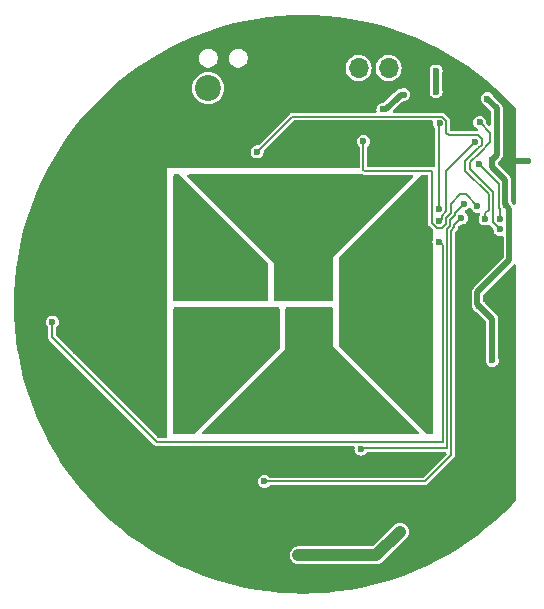
<source format=gbr>
%TF.GenerationSoftware,KiCad,Pcbnew,8.0.1*%
%TF.CreationDate,2025-09-11T03:38:31+04:00*%
%TF.ProjectId,Neopixel_project_v3.0,4e656f70-6978-4656-9c5f-70726f6a6563,v3.0*%
%TF.SameCoordinates,Original*%
%TF.FileFunction,Copper,L2,Bot*%
%TF.FilePolarity,Positive*%
%FSLAX46Y46*%
G04 Gerber Fmt 4.6, Leading zero omitted, Abs format (unit mm)*
G04 Created by KiCad (PCBNEW 8.0.1) date 2025-09-11 03:38:31*
%MOMM*%
%LPD*%
G01*
G04 APERTURE LIST*
%TA.AperFunction,ComponentPad*%
%ADD10R,2.200000X2.200000*%
%TD*%
%TA.AperFunction,ComponentPad*%
%ADD11C,2.200000*%
%TD*%
%TA.AperFunction,ComponentPad*%
%ADD12R,0.500000X0.900000*%
%TD*%
%TA.AperFunction,ComponentPad*%
%ADD13R,1.700000X1.700000*%
%TD*%
%TA.AperFunction,ComponentPad*%
%ADD14O,1.700000X1.700000*%
%TD*%
%TA.AperFunction,SMDPad,CuDef*%
%ADD15R,2.200000X2.200000*%
%TD*%
%TA.AperFunction,SMDPad,CuDef*%
%ADD16R,1.250000X2.200000*%
%TD*%
%TA.AperFunction,SMDPad,CuDef*%
%ADD17R,1.600000X2.400000*%
%TD*%
%TA.AperFunction,SMDPad,CuDef*%
%ADD18R,0.600000X2.400000*%
%TD*%
%TA.AperFunction,SMDPad,CuDef*%
%ADD19R,0.600000X0.500000*%
%TD*%
%TA.AperFunction,ViaPad*%
%ADD20C,0.600000*%
%TD*%
%TA.AperFunction,Conductor*%
%ADD21C,0.500000*%
%TD*%
%TA.AperFunction,Conductor*%
%ADD22C,1.000000*%
%TD*%
%TA.AperFunction,Conductor*%
%ADD23C,0.150000*%
%TD*%
G04 APERTURE END LIST*
D10*
%TO.P,J3,1,Pin_1*%
%TO.N,GND*%
X98350000Y-48800000D03*
D11*
%TO.P,J3,2,Pin_2*%
%TO.N,24V*%
X95810000Y-48800000D03*
%TD*%
D12*
%TO.P,AE1,2,Shield*%
%TO.N,GND*%
X121600000Y-73600000D03*
%TD*%
D13*
%TO.P,J1,1,Pin_1*%
%TO.N,GND*%
X113625000Y-47100000D03*
D14*
%TO.P,J1,2,Pin_2*%
%TO.N,USB_D-*%
X111085000Y-47100000D03*
%TO.P,J1,3,Pin_3*%
%TO.N,USB_D+*%
X108545000Y-47100000D03*
%TD*%
D15*
%TO.P,D1,1,K*%
%TO.N,Net-(D1-K)*%
X102500000Y-64850000D03*
D16*
%TO.P,D1,2,A*%
%TO.N,Net-(D1-A)*%
X100225000Y-64850000D03*
%TD*%
D17*
%TO.P,D4,1,K*%
%TO.N,Net-(D4-K)*%
X101025000Y-69350000D03*
D18*
%TO.P,D4,2,A*%
%TO.N,Net-(D3-K)*%
X102675000Y-69350000D03*
D19*
X102975000Y-69350000D03*
%TD*%
D17*
%TO.P,D3,1,K*%
%TO.N,Net-(D3-K)*%
X105525000Y-69350000D03*
D18*
%TO.P,D3,2,A*%
%TO.N,Net-(D2-A)*%
X107175000Y-69350000D03*
D19*
X107475000Y-69350000D03*
%TD*%
D17*
%TO.P,D2,1,K*%
%TO.N,Net-(D1-K)*%
X105525000Y-64850000D03*
D18*
%TO.P,D2,2,A*%
%TO.N,Net-(D2-A)*%
X107175000Y-64850000D03*
D19*
X107475000Y-64850000D03*
%TD*%
D20*
%TO.N,GND*%
X110100000Y-44350000D03*
X111712953Y-83125000D03*
X116750000Y-51798006D03*
X119351525Y-66652042D03*
X122855331Y-55005331D03*
X87850000Y-62100000D03*
X119100000Y-70600000D03*
X106350000Y-50600000D03*
X103850000Y-53850000D03*
X103850000Y-80100000D03*
X100100000Y-44600000D03*
X120400000Y-76650000D03*
X105600516Y-84283662D03*
X99100000Y-84100000D03*
X118100000Y-62600000D03*
X90600000Y-56600000D03*
X84600000Y-71100000D03*
%TO.N,3v3*%
X103450000Y-88350000D03*
X112350000Y-49350000D03*
X115100000Y-47350000D03*
X119850000Y-71850000D03*
X119850000Y-54850000D03*
X119450000Y-49700000D03*
X115100000Y-49100000D03*
X112050000Y-86350000D03*
X110600000Y-50600000D03*
X120980136Y-58672979D03*
X118737786Y-67240114D03*
%TO.N,CHIP_EN*%
X120500000Y-59882507D03*
X118700000Y-55200000D03*
%TO.N,BOOT*%
X118404306Y-53338190D03*
X115375000Y-60057148D03*
%TO.N,Net-(D1-K)*%
X101850000Y-66500000D03*
X104150000Y-63900000D03*
X102350000Y-63100000D03*
X103350000Y-66500000D03*
X103850000Y-63100000D03*
X103050000Y-63100000D03*
X101650000Y-63100000D03*
X104150000Y-66200000D03*
X104150000Y-65400000D03*
X102550000Y-66500000D03*
X104150000Y-64600000D03*
X104950000Y-63100000D03*
X105750000Y-63100000D03*
%TO.N,Net-(D1-A)*%
X98950000Y-66000000D03*
X98950000Y-63900000D03*
X98950000Y-64600000D03*
X98950000Y-65300000D03*
X99450000Y-66500000D03*
X99250000Y-63300000D03*
%TO.N,Net-(D2-A)*%
X107850000Y-68200000D03*
X107250000Y-66400000D03*
X107950000Y-70300000D03*
X108150000Y-65500000D03*
X107850000Y-66100000D03*
X107250000Y-67800000D03*
X108150000Y-69600000D03*
X108150000Y-68800000D03*
X108350000Y-64900000D03*
X107650000Y-70900000D03*
X108150000Y-64300000D03*
X107350000Y-63200000D03*
X107950000Y-63600000D03*
%TO.N,Net-(D3-K)*%
X104250000Y-68300000D03*
X106050000Y-67700000D03*
X104250000Y-69700000D03*
X102750000Y-67800000D03*
X103550000Y-68900000D03*
X105450000Y-71000000D03*
X102750000Y-70900000D03*
X103350000Y-68300000D03*
X106150000Y-71000000D03*
X104650000Y-67700000D03*
X105350000Y-67700000D03*
X104750000Y-71000000D03*
X104250000Y-70400000D03*
X103550000Y-69800000D03*
X103350000Y-70400000D03*
X104250000Y-69000000D03*
%TO.N,Net-(D4-K)*%
X101350000Y-67800000D03*
X101150000Y-71000000D03*
X99850000Y-70800000D03*
X99850000Y-68000000D03*
X100450000Y-71000000D03*
X99750000Y-68700000D03*
X100550000Y-67800000D03*
X99750000Y-69400000D03*
X99750000Y-70100000D03*
%TO.N,PWM_W*%
X119250000Y-59871298D03*
X99950000Y-54200000D03*
%TO.N,PWM_R*%
X108950000Y-53300000D03*
X118600000Y-58800000D03*
%TO.N,PWM_G*%
X117450000Y-58600000D03*
X108744124Y-79365785D03*
%TO.N,PWM_B*%
X100550000Y-82100000D03*
X117244365Y-59800000D03*
%TO.N,Net-(U1A-GPIO2)*%
X120509788Y-60756604D03*
X118800000Y-51700000D03*
%TO.N,Net-(U1A-GPIO8)*%
X115392889Y-51796334D03*
X115350000Y-59000000D03*
%TO.N,CTRL*%
X82600000Y-68600000D03*
X115350000Y-61800000D03*
%TD*%
D21*
%TO.N,GND*%
X122855331Y-55005331D02*
X121505331Y-55005331D01*
X121505331Y-55005331D02*
X121450000Y-54950000D01*
%TO.N,3v3*%
X119850000Y-54850000D02*
X120225000Y-54475000D01*
D22*
X110050000Y-88350000D02*
X112050000Y-86350000D01*
D21*
X118601525Y-67103853D02*
X118601525Y-66090937D01*
X120950000Y-58642843D02*
X120950000Y-56600000D01*
X110600000Y-50600000D02*
X110850000Y-50600000D01*
X121309788Y-59002631D02*
X120980136Y-58672979D01*
X121309788Y-63382674D02*
X121309788Y-59002631D01*
X118601525Y-66090937D02*
X121309788Y-63382674D01*
D22*
X108600000Y-88350000D02*
X110050000Y-88350000D01*
D21*
X119850000Y-68352328D02*
X118737786Y-67240114D01*
X120225000Y-50475000D02*
X119450000Y-49700000D01*
X115100000Y-49100000D02*
X115100000Y-47350000D01*
X110850000Y-50600000D02*
X111850000Y-49600000D01*
X111850000Y-49600000D02*
X112100000Y-49350000D01*
D22*
X103450000Y-88350000D02*
X103850000Y-88350000D01*
D21*
X120225000Y-54475000D02*
X120225000Y-50475000D01*
X120950000Y-56600000D02*
X119850000Y-55500000D01*
X118737786Y-67240114D02*
X118601525Y-67103853D01*
X120980136Y-58672979D02*
X120950000Y-58642843D01*
X112100000Y-49350000D02*
X112350000Y-49350000D01*
X119850000Y-55500000D02*
X119850000Y-54850000D01*
D22*
X103850000Y-88350000D02*
X108600000Y-88350000D01*
D21*
X119850000Y-71850000D02*
X119850000Y-68352328D01*
D23*
%TO.N,CHIP_EN*%
X118700000Y-55200000D02*
X120405136Y-56905136D01*
X120500000Y-59076169D02*
X120500000Y-59882507D01*
X120405136Y-58981305D02*
X120500000Y-59076169D01*
X120405136Y-56905136D02*
X120405136Y-58981305D01*
%TO.N,BOOT*%
X115586741Y-59588259D02*
X115950000Y-59225000D01*
X115586741Y-59845407D02*
X115586741Y-59588259D01*
X115375000Y-60057148D02*
X115586741Y-59845407D01*
X115950000Y-59225000D02*
X115950000Y-55792496D01*
X115950000Y-55792496D02*
X118404306Y-53338190D01*
%TO.N,PWM_W*%
X118642479Y-53913190D02*
X118979306Y-53576363D01*
X118642479Y-52763190D02*
X116163190Y-52763190D01*
X118979306Y-53100017D02*
X118642479Y-52763190D01*
X119250000Y-59871298D02*
X119250000Y-59400000D01*
X119250000Y-59400000D02*
X119550000Y-59100000D01*
X115967889Y-51558161D02*
X115623951Y-51214223D01*
X115967889Y-52567889D02*
X115967889Y-51558161D01*
X118636810Y-53913190D02*
X118642479Y-53913190D01*
X117550000Y-55000000D02*
X118636810Y-53913190D01*
X116163190Y-52763190D02*
X115967889Y-52567889D01*
X119550000Y-57800000D02*
X117550000Y-55800000D01*
X102935777Y-51214223D02*
X99950000Y-54200000D01*
X115623951Y-51214223D02*
X102935777Y-51214223D01*
X118979306Y-53576363D02*
X118979306Y-53100017D01*
X117550000Y-55800000D02*
X117550000Y-55000000D01*
X119550000Y-59100000D02*
X119550000Y-57800000D01*
%TO.N,PWM_R*%
X115950000Y-59800000D02*
X115950000Y-60295321D01*
X118600000Y-58800000D02*
X117600000Y-57800000D01*
X116350000Y-58600000D02*
X116350000Y-59400000D01*
X115950000Y-60295321D02*
X115613173Y-60632148D01*
X117150000Y-57800000D02*
X116350000Y-58600000D01*
X115136827Y-60632148D02*
X114750000Y-60245321D01*
X114750000Y-55800000D02*
X109050000Y-55800000D01*
X117600000Y-57800000D02*
X117150000Y-57800000D01*
X114750000Y-60245321D02*
X114750000Y-55800000D01*
X108950000Y-55700000D02*
X108950000Y-53300000D01*
X115613173Y-60632148D02*
X115136827Y-60632148D01*
X116350000Y-59400000D02*
X115950000Y-59800000D01*
X109050000Y-55800000D02*
X108950000Y-55700000D01*
%TO.N,PWM_G*%
X116300000Y-60440295D02*
X116300000Y-59950000D01*
X117450000Y-58600000D02*
X117450000Y-58700000D01*
X116000000Y-60740295D02*
X116300000Y-60440295D01*
X108809909Y-79300000D02*
X116000000Y-79300000D01*
X116700000Y-59550000D02*
X116700000Y-59350000D01*
X116700000Y-59350000D02*
X117450000Y-58600000D01*
X108744124Y-79365785D02*
X108809909Y-79300000D01*
X116300000Y-59950000D02*
X116700000Y-59550000D01*
X116000000Y-79300000D02*
X116000000Y-60740295D01*
%TO.N,PWM_B*%
X114150000Y-82100000D02*
X100550000Y-82100000D01*
X116350000Y-79900000D02*
X114150000Y-82100000D01*
X116650000Y-60394365D02*
X116650000Y-60585269D01*
X116350000Y-60885269D02*
X116350000Y-79900000D01*
X116650000Y-60585269D02*
X116350000Y-60885269D01*
X117244365Y-59800000D02*
X116650000Y-60394365D01*
%TO.N,Net-(U1A-GPIO2)*%
X118781784Y-54263190D02*
X117950000Y-55094974D01*
X117950000Y-55650000D02*
X119900000Y-57600000D01*
X119700000Y-52600000D02*
X119700000Y-53350643D01*
X119900000Y-57600000D02*
X119900000Y-60146816D01*
X119900000Y-60146816D02*
X120509788Y-60756604D01*
X117950000Y-55094974D02*
X117950000Y-55650000D01*
X119700000Y-53350643D02*
X118787453Y-54263190D01*
X118800000Y-51700000D02*
X119700000Y-52600000D01*
X118787453Y-54263190D02*
X118781784Y-54263190D01*
%TO.N,Net-(U1A-GPIO8)*%
X115350000Y-59000000D02*
X115350000Y-51839223D01*
X115350000Y-51839223D02*
X115392889Y-51796334D01*
%TO.N,CTRL*%
X82600000Y-68600000D02*
X82600000Y-69913173D01*
X108982297Y-78790785D02*
X108991512Y-78800000D01*
X108991512Y-78800000D02*
X115650000Y-78800000D01*
X115650000Y-78800000D02*
X115650000Y-62100000D01*
X91477612Y-78790785D02*
X108982297Y-78790785D01*
X82600000Y-69913173D02*
X91477612Y-78790785D01*
X115650000Y-62100000D02*
X115350000Y-61800000D01*
%TD*%
%TA.AperFunction,Conductor*%
%TO.N,Net-(D4-K)*%
G36*
X101793039Y-67369685D02*
G01*
X101838794Y-67422489D01*
X101850000Y-67474000D01*
X101850000Y-70798638D01*
X101830315Y-70865677D01*
X101813681Y-70886319D01*
X94636319Y-78063681D01*
X94574996Y-78097166D01*
X94548638Y-78100000D01*
X92974000Y-78100000D01*
X92906961Y-78080315D01*
X92861206Y-78027511D01*
X92850000Y-77976000D01*
X92850000Y-67474000D01*
X92869685Y-67406961D01*
X92922489Y-67361206D01*
X92974000Y-67350000D01*
X101726000Y-67350000D01*
X101793039Y-67369685D01*
G37*
%TD.AperFunction*%
%TD*%
%TA.AperFunction,Conductor*%
%TO.N,Net-(D1-K)*%
G36*
X108927746Y-56104224D02*
G01*
X109007147Y-56125500D01*
X109007149Y-56125500D01*
X113025138Y-56125500D01*
X113092177Y-56145185D01*
X113137932Y-56197989D01*
X113147876Y-56267147D01*
X113118851Y-56330703D01*
X113112819Y-56337181D01*
X106350000Y-63099999D01*
X106350000Y-66726000D01*
X106330315Y-66793039D01*
X106277511Y-66838794D01*
X106226000Y-66850000D01*
X101474000Y-66850000D01*
X101406961Y-66830315D01*
X101361206Y-66777511D01*
X101350000Y-66726000D01*
X101350000Y-63600000D01*
X94061681Y-56311681D01*
X94028196Y-56250358D01*
X94033180Y-56180666D01*
X94075052Y-56124733D01*
X94140516Y-56100316D01*
X94149362Y-56100000D01*
X108895655Y-56100000D01*
X108927746Y-56104224D01*
G37*
%TD.AperFunction*%
%TD*%
%TA.AperFunction,Conductor*%
%TO.N,Net-(D2-A)*%
G36*
X114367539Y-56145185D02*
G01*
X114413294Y-56197989D01*
X114424500Y-56249500D01*
X114424500Y-60288173D01*
X114446682Y-60370961D01*
X114451837Y-60379889D01*
X114489535Y-60445183D01*
X114489537Y-60445185D01*
X114813681Y-60769329D01*
X114847166Y-60830652D01*
X114850000Y-60857010D01*
X114850000Y-61543917D01*
X114840561Y-61591369D01*
X114813671Y-61656287D01*
X114813670Y-61656291D01*
X114794750Y-61800000D01*
X114813670Y-61943709D01*
X114840561Y-62008632D01*
X114850000Y-62056082D01*
X114850000Y-77976000D01*
X114830315Y-78043039D01*
X114777511Y-78088794D01*
X114726000Y-78100000D01*
X114401362Y-78100000D01*
X114334323Y-78080315D01*
X114313681Y-78063681D01*
X106886319Y-70636319D01*
X106852834Y-70574996D01*
X106850000Y-70548638D01*
X106850000Y-63151362D01*
X106869685Y-63084323D01*
X106886319Y-63063681D01*
X113788181Y-56161819D01*
X113849504Y-56128334D01*
X113875862Y-56125500D01*
X114300500Y-56125500D01*
X114367539Y-56145185D01*
G37*
%TD.AperFunction*%
%TD*%
%TA.AperFunction,Conductor*%
%TO.N,GND*%
G36*
X98850000Y-47600000D02*
G01*
X99408824Y-48100000D01*
X99600000Y-48850000D01*
X99600000Y-51350000D01*
X96600000Y-51350000D01*
X96600000Y-49895492D01*
X96681401Y-49838495D01*
X96848495Y-49671401D01*
X96984035Y-49477830D01*
X97083903Y-49263663D01*
X97145063Y-49035408D01*
X97165659Y-48800000D01*
X97145063Y-48564592D01*
X97083903Y-48336337D01*
X96984035Y-48122171D01*
X96968511Y-48100000D01*
X96919704Y-48030295D01*
X97350000Y-47600000D01*
X98100000Y-47350000D01*
X98850000Y-47600000D01*
G37*
%TD.AperFunction*%
%TD*%
%TA.AperFunction,Conductor*%
%TO.N,Net-(D3-K)*%
G36*
X106293039Y-67369685D02*
G01*
X106338794Y-67422489D01*
X106350000Y-67474000D01*
X106350000Y-70600000D01*
X113638319Y-77888319D01*
X113671804Y-77949642D01*
X113666820Y-78019334D01*
X113624948Y-78075267D01*
X113559484Y-78099684D01*
X113550638Y-78100000D01*
X95399362Y-78100000D01*
X95332323Y-78080315D01*
X95286568Y-78027511D01*
X95276624Y-77958353D01*
X95305649Y-77894797D01*
X95311681Y-77888319D01*
X102350000Y-70850000D01*
X102350000Y-67474000D01*
X102369685Y-67406961D01*
X102422489Y-67361206D01*
X102474000Y-67350000D01*
X106226000Y-67350000D01*
X106293039Y-67369685D01*
G37*
%TD.AperFunction*%
%TD*%
%TA.AperFunction,Conductor*%
%TO.N,GND*%
G36*
X104834027Y-42620319D02*
G01*
X104838954Y-42620517D01*
X105818919Y-42679794D01*
X105823860Y-42680193D01*
X106800617Y-42778879D01*
X106805551Y-42779478D01*
X107777534Y-42917412D01*
X107782431Y-42918208D01*
X108748078Y-43095170D01*
X108752963Y-43096167D01*
X109710684Y-43311863D01*
X109715511Y-43313053D01*
X110663819Y-43567152D01*
X110668568Y-43568528D01*
X111605844Y-43860594D01*
X111610506Y-43862150D01*
X112535317Y-44191741D01*
X112539942Y-44193496D01*
X113450690Y-44560040D01*
X113455229Y-44561973D01*
X114350476Y-44964891D01*
X114354979Y-44967028D01*
X115233264Y-45405661D01*
X115237664Y-45407970D01*
X116097571Y-45881611D01*
X116101876Y-45884096D01*
X116942031Y-46391986D01*
X116946200Y-46394623D01*
X117765219Y-46935930D01*
X117769320Y-46938760D01*
X118565881Y-47512608D01*
X118569834Y-47515579D01*
X119165152Y-47981981D01*
X119342642Y-48121036D01*
X119346510Y-48124195D01*
X120094250Y-48760225D01*
X120097989Y-48763536D01*
X120819580Y-49429222D01*
X120823181Y-49432682D01*
X121517317Y-50126818D01*
X121520777Y-50130419D01*
X121817141Y-50451672D01*
X121848129Y-50514293D01*
X121850000Y-50535751D01*
X121850000Y-58535667D01*
X121830315Y-58602706D01*
X121777511Y-58648461D01*
X121708353Y-58658405D01*
X121644797Y-58629380D01*
X121638319Y-58623348D01*
X121514267Y-58499296D01*
X121487387Y-58459067D01*
X121459939Y-58392800D01*
X121450500Y-58345348D01*
X121450500Y-56534110D01*
X121450500Y-56534108D01*
X121416392Y-56406814D01*
X121350500Y-56292686D01*
X121257314Y-56199500D01*
X120386819Y-55329005D01*
X120353334Y-55267682D01*
X120350500Y-55241324D01*
X120350500Y-55108675D01*
X120370185Y-55041636D01*
X120386819Y-55020994D01*
X120485438Y-54922375D01*
X120625500Y-54782314D01*
X120691392Y-54668186D01*
X120725500Y-54540893D01*
X120725500Y-54409108D01*
X120725500Y-50409108D01*
X120691392Y-50281814D01*
X120625500Y-50167686D01*
X120532314Y-50074500D01*
X119984131Y-49526317D01*
X119957251Y-49486089D01*
X119930861Y-49422375D01*
X119842621Y-49307379D01*
X119727625Y-49219139D01*
X119727624Y-49219138D01*
X119727622Y-49219137D01*
X119593712Y-49163671D01*
X119593710Y-49163670D01*
X119593709Y-49163670D01*
X119521854Y-49154210D01*
X119450001Y-49144750D01*
X119449999Y-49144750D01*
X119306291Y-49163670D01*
X119306287Y-49163671D01*
X119172377Y-49219137D01*
X119057379Y-49307379D01*
X118969137Y-49422377D01*
X118913671Y-49556287D01*
X118913670Y-49556291D01*
X118900642Y-49655250D01*
X118894750Y-49700000D01*
X118911978Y-49830861D01*
X118913670Y-49843708D01*
X118913671Y-49843712D01*
X118969137Y-49977622D01*
X118969138Y-49977624D01*
X118969139Y-49977625D01*
X119057379Y-50092621D01*
X119172375Y-50180861D01*
X119236089Y-50207251D01*
X119276317Y-50234131D01*
X119688181Y-50645995D01*
X119721666Y-50707318D01*
X119724500Y-50733676D01*
X119724500Y-51864811D01*
X119704815Y-51931850D01*
X119652011Y-51977605D01*
X119582853Y-51987549D01*
X119519297Y-51958524D01*
X119512819Y-51952492D01*
X119387446Y-51827119D01*
X119353961Y-51765796D01*
X119352188Y-51723254D01*
X119355250Y-51700000D01*
X119336330Y-51556291D01*
X119299350Y-51467013D01*
X119280862Y-51422377D01*
X119280861Y-51422376D01*
X119280861Y-51422375D01*
X119192621Y-51307379D01*
X119077625Y-51219139D01*
X119077624Y-51219138D01*
X119077622Y-51219137D01*
X118943712Y-51163671D01*
X118943710Y-51163670D01*
X118943709Y-51163670D01*
X118871854Y-51154210D01*
X118800001Y-51144750D01*
X118799999Y-51144750D01*
X118656291Y-51163670D01*
X118656287Y-51163671D01*
X118522377Y-51219137D01*
X118407379Y-51307379D01*
X118319137Y-51422377D01*
X118263671Y-51556287D01*
X118263670Y-51556291D01*
X118244750Y-51699999D01*
X118244750Y-51700000D01*
X118263670Y-51843708D01*
X118263671Y-51843712D01*
X118319137Y-51977622D01*
X118319138Y-51977624D01*
X118319139Y-51977625D01*
X118407379Y-52092621D01*
X118522375Y-52180861D01*
X118522376Y-52180861D01*
X118522377Y-52180862D01*
X118566478Y-52199129D01*
X118620882Y-52242969D01*
X118642947Y-52309263D01*
X118625668Y-52376963D01*
X118574531Y-52424574D01*
X118519026Y-52437690D01*
X116417389Y-52437690D01*
X116350350Y-52418005D01*
X116304595Y-52365201D01*
X116293389Y-52313690D01*
X116293389Y-51515310D01*
X116293389Y-51515308D01*
X116271207Y-51432523D01*
X116271207Y-51432522D01*
X116247143Y-51390842D01*
X116228354Y-51358299D01*
X116167751Y-51297696D01*
X116167750Y-51297695D01*
X116163420Y-51293365D01*
X116163409Y-51293355D01*
X115823815Y-50953760D01*
X115823814Y-50953759D01*
X115823813Y-50953758D01*
X115779286Y-50928050D01*
X115749591Y-50910905D01*
X115708197Y-50899814D01*
X115666804Y-50888723D01*
X115666803Y-50888723D01*
X111568453Y-50888723D01*
X111501414Y-50869038D01*
X111455659Y-50816234D01*
X111445715Y-50747076D01*
X111474740Y-50683520D01*
X111480772Y-50677042D01*
X112220660Y-49937154D01*
X112281983Y-49903669D01*
X112324525Y-49901896D01*
X112350000Y-49905250D01*
X112493709Y-49886330D01*
X112627625Y-49830861D01*
X112742621Y-49742621D01*
X112830861Y-49627625D01*
X112886330Y-49493709D01*
X112905250Y-49350000D01*
X112886330Y-49206291D01*
X112849350Y-49117013D01*
X112842303Y-49100000D01*
X114544750Y-49100000D01*
X114553132Y-49163670D01*
X114563670Y-49243708D01*
X114563671Y-49243712D01*
X114619137Y-49377622D01*
X114619138Y-49377624D01*
X114619139Y-49377625D01*
X114707379Y-49492621D01*
X114822375Y-49580861D01*
X114956291Y-49636330D01*
X115083280Y-49653048D01*
X115099999Y-49655250D01*
X115100000Y-49655250D01*
X115100001Y-49655250D01*
X115114977Y-49653278D01*
X115243709Y-49636330D01*
X115377625Y-49580861D01*
X115492621Y-49492621D01*
X115580861Y-49377625D01*
X115636330Y-49243709D01*
X115655250Y-49100000D01*
X115636330Y-48956291D01*
X115609937Y-48892572D01*
X115600500Y-48845124D01*
X115600500Y-47604875D01*
X115609939Y-47557422D01*
X115636330Y-47493709D01*
X115655250Y-47350000D01*
X115636330Y-47206291D01*
X115599350Y-47117013D01*
X115580862Y-47072377D01*
X115580861Y-47072376D01*
X115580861Y-47072375D01*
X115492621Y-46957379D01*
X115377625Y-46869139D01*
X115377624Y-46869138D01*
X115377622Y-46869137D01*
X115243712Y-46813671D01*
X115243710Y-46813670D01*
X115243709Y-46813670D01*
X115171854Y-46804210D01*
X115100001Y-46794750D01*
X115099999Y-46794750D01*
X114956291Y-46813670D01*
X114956287Y-46813671D01*
X114822377Y-46869137D01*
X114707379Y-46957379D01*
X114619137Y-47072377D01*
X114563671Y-47206287D01*
X114563670Y-47206291D01*
X114544750Y-47350000D01*
X114563670Y-47493709D01*
X114577085Y-47526097D01*
X114590061Y-47557422D01*
X114599500Y-47604875D01*
X114599500Y-48845124D01*
X114590062Y-48892575D01*
X114563669Y-48956293D01*
X114544750Y-49099999D01*
X114544750Y-49100000D01*
X112842303Y-49100000D01*
X112830862Y-49072377D01*
X112830861Y-49072376D01*
X112830861Y-49072375D01*
X112742621Y-48957379D01*
X112627625Y-48869139D01*
X112627624Y-48869138D01*
X112627622Y-48869137D01*
X112493712Y-48813671D01*
X112493710Y-48813670D01*
X112493709Y-48813670D01*
X112389877Y-48800000D01*
X112350001Y-48794750D01*
X112349999Y-48794750D01*
X112206293Y-48813669D01*
X112189912Y-48820453D01*
X112142572Y-48840062D01*
X112095124Y-48849500D01*
X112034107Y-48849500D01*
X111924600Y-48878842D01*
X111924599Y-48878841D01*
X111906814Y-48883607D01*
X111792686Y-48949500D01*
X111792683Y-48949502D01*
X111542686Y-49199500D01*
X110729339Y-50012845D01*
X110668016Y-50046330D01*
X110625474Y-50048103D01*
X110600003Y-50044750D01*
X110599999Y-50044750D01*
X110456291Y-50063670D01*
X110456287Y-50063671D01*
X110322377Y-50119137D01*
X110207379Y-50207379D01*
X110119137Y-50322377D01*
X110063671Y-50456287D01*
X110063670Y-50456291D01*
X110044750Y-50600000D01*
X110050805Y-50645995D01*
X110064306Y-50748537D01*
X110053541Y-50817572D01*
X110007161Y-50869828D01*
X109941367Y-50888723D01*
X102892924Y-50888723D01*
X102810139Y-50910905D01*
X102810136Y-50910906D01*
X102780443Y-50928050D01*
X102767213Y-50935687D01*
X102735915Y-50953757D01*
X102735913Y-50953759D01*
X100077118Y-53612553D01*
X100015795Y-53646038D01*
X99973252Y-53647811D01*
X99950001Y-53644750D01*
X99949999Y-53644750D01*
X99806291Y-53663670D01*
X99806287Y-53663671D01*
X99672377Y-53719137D01*
X99557379Y-53807379D01*
X99469137Y-53922377D01*
X99413671Y-54056287D01*
X99413670Y-54056291D01*
X99394750Y-54199999D01*
X99394750Y-54200000D01*
X99413670Y-54343708D01*
X99413671Y-54343712D01*
X99469137Y-54477622D01*
X99469138Y-54477624D01*
X99469139Y-54477625D01*
X99557379Y-54592621D01*
X99672375Y-54680861D01*
X99806291Y-54736330D01*
X99933280Y-54753048D01*
X99949999Y-54755250D01*
X99950000Y-54755250D01*
X99950001Y-54755250D01*
X99964977Y-54753278D01*
X100093709Y-54736330D01*
X100227625Y-54680861D01*
X100342621Y-54592621D01*
X100430861Y-54477625D01*
X100486330Y-54343709D01*
X100505250Y-54200000D01*
X100502188Y-54176746D01*
X100512952Y-54107712D01*
X100537443Y-54072882D01*
X103034285Y-51576042D01*
X103095608Y-51542557D01*
X103121966Y-51539723D01*
X114730028Y-51539723D01*
X114797067Y-51559408D01*
X114842822Y-51612212D01*
X114852967Y-51679909D01*
X114837639Y-51796333D01*
X114837639Y-51796334D01*
X114856559Y-51940042D01*
X114856560Y-51940046D01*
X114912026Y-52073956D01*
X114912027Y-52073958D01*
X114912028Y-52073959D01*
X114998876Y-52187141D01*
X115024070Y-52252309D01*
X115024500Y-52262627D01*
X115024500Y-55374969D01*
X115004815Y-55442008D01*
X114952011Y-55487763D01*
X114882853Y-55497707D01*
X114868408Y-55494744D01*
X114792854Y-55474500D01*
X114792853Y-55474500D01*
X109399500Y-55474500D01*
X109332461Y-55454815D01*
X109286706Y-55402011D01*
X109275500Y-55350500D01*
X109275500Y-53805274D01*
X109295185Y-53738235D01*
X109324012Y-53706900D01*
X109342621Y-53692621D01*
X109430861Y-53577625D01*
X109486330Y-53443709D01*
X109505250Y-53300000D01*
X109486330Y-53156291D01*
X109431391Y-53023655D01*
X109430862Y-53022377D01*
X109430861Y-53022376D01*
X109430861Y-53022375D01*
X109342621Y-52907379D01*
X109227625Y-52819139D01*
X109227624Y-52819138D01*
X109227622Y-52819137D01*
X109093712Y-52763671D01*
X109093710Y-52763670D01*
X109093709Y-52763670D01*
X109021854Y-52754210D01*
X108950001Y-52744750D01*
X108949999Y-52744750D01*
X108806291Y-52763670D01*
X108806287Y-52763671D01*
X108672377Y-52819137D01*
X108557379Y-52907379D01*
X108469137Y-53022377D01*
X108413671Y-53156287D01*
X108413670Y-53156291D01*
X108394750Y-53299999D01*
X108394750Y-53300000D01*
X108413670Y-53443708D01*
X108413671Y-53443712D01*
X108469137Y-53577622D01*
X108469138Y-53577624D01*
X108469139Y-53577625D01*
X108557379Y-53692621D01*
X108575986Y-53706899D01*
X108617189Y-53763325D01*
X108624500Y-53805274D01*
X108624500Y-55476000D01*
X108604815Y-55543039D01*
X108552011Y-55588794D01*
X108500500Y-55600000D01*
X92350000Y-55600000D01*
X92350000Y-78341285D01*
X92330315Y-78408324D01*
X92277511Y-78454079D01*
X92226000Y-78465285D01*
X91663801Y-78465285D01*
X91596762Y-78445600D01*
X91576120Y-78428966D01*
X82961819Y-69814665D01*
X82928334Y-69753342D01*
X82925500Y-69726984D01*
X82925500Y-69105274D01*
X82945185Y-69038235D01*
X82974012Y-69006900D01*
X82992621Y-68992621D01*
X83080861Y-68877625D01*
X83136330Y-68743709D01*
X83155250Y-68600000D01*
X83136330Y-68456291D01*
X83080861Y-68322375D01*
X82992621Y-68207379D01*
X82877625Y-68119139D01*
X82877624Y-68119138D01*
X82877622Y-68119137D01*
X82743712Y-68063671D01*
X82743710Y-68063670D01*
X82743709Y-68063670D01*
X82657043Y-68052260D01*
X82600001Y-68044750D01*
X82599999Y-68044750D01*
X82456291Y-68063670D01*
X82456287Y-68063671D01*
X82322377Y-68119137D01*
X82207379Y-68207379D01*
X82119137Y-68322377D01*
X82063671Y-68456287D01*
X82063670Y-68456291D01*
X82050505Y-68556291D01*
X82044750Y-68600000D01*
X82057915Y-68700000D01*
X82063670Y-68743708D01*
X82063671Y-68743712D01*
X82119137Y-68877622D01*
X82119138Y-68877624D01*
X82119139Y-68877625D01*
X82207379Y-68992621D01*
X82225986Y-69006899D01*
X82267189Y-69063325D01*
X82274500Y-69105274D01*
X82274500Y-69956025D01*
X82296682Y-70038813D01*
X82303491Y-70050606D01*
X82339535Y-70113035D01*
X91217146Y-78990646D01*
X91217147Y-78990647D01*
X91277750Y-79051250D01*
X91277752Y-79051251D01*
X91277756Y-79051254D01*
X91351967Y-79094099D01*
X91351974Y-79094103D01*
X91434759Y-79116285D01*
X91520465Y-79116285D01*
X108080327Y-79116285D01*
X108147366Y-79135970D01*
X108193121Y-79188774D01*
X108203266Y-79256471D01*
X108188874Y-79365784D01*
X108188874Y-79365785D01*
X108207794Y-79509493D01*
X108207795Y-79509497D01*
X108263261Y-79643407D01*
X108263262Y-79643409D01*
X108263263Y-79643410D01*
X108351503Y-79758406D01*
X108466499Y-79846646D01*
X108600415Y-79902115D01*
X108727404Y-79918833D01*
X108744123Y-79921035D01*
X108744124Y-79921035D01*
X108744125Y-79921035D01*
X108759101Y-79919063D01*
X108887833Y-79902115D01*
X109021749Y-79846646D01*
X109136745Y-79758406D01*
X109183105Y-79697989D01*
X109201503Y-79674013D01*
X109257931Y-79632811D01*
X109299878Y-79625500D01*
X115864811Y-79625500D01*
X115931850Y-79645185D01*
X115977605Y-79697989D01*
X115987549Y-79767147D01*
X115958524Y-79830703D01*
X115952492Y-79837181D01*
X114051492Y-81738181D01*
X113990169Y-81771666D01*
X113963811Y-81774500D01*
X101055275Y-81774500D01*
X100988236Y-81754815D01*
X100956900Y-81725988D01*
X100942621Y-81707379D01*
X100827625Y-81619139D01*
X100827624Y-81619138D01*
X100827622Y-81619137D01*
X100693712Y-81563671D01*
X100693710Y-81563670D01*
X100693709Y-81563670D01*
X100621854Y-81554210D01*
X100550001Y-81544750D01*
X100549999Y-81544750D01*
X100406291Y-81563670D01*
X100406287Y-81563671D01*
X100272377Y-81619137D01*
X100157379Y-81707379D01*
X100069137Y-81822377D01*
X100013671Y-81956287D01*
X100013670Y-81956291D01*
X99994750Y-82099999D01*
X99994750Y-82100000D01*
X100013670Y-82243708D01*
X100013671Y-82243712D01*
X100069137Y-82377622D01*
X100069138Y-82377624D01*
X100069139Y-82377625D01*
X100157379Y-82492621D01*
X100272375Y-82580861D01*
X100406291Y-82636330D01*
X100533280Y-82653048D01*
X100549999Y-82655250D01*
X100550000Y-82655250D01*
X100550001Y-82655250D01*
X100564977Y-82653278D01*
X100693709Y-82636330D01*
X100827625Y-82580861D01*
X100942621Y-82492621D01*
X100956900Y-82474011D01*
X101013329Y-82432810D01*
X101055275Y-82425500D01*
X114192851Y-82425500D01*
X114192853Y-82425500D01*
X114275639Y-82403318D01*
X114349862Y-82360465D01*
X116539652Y-80170672D01*
X116539657Y-80170669D01*
X116549860Y-80160465D01*
X116549862Y-80160465D01*
X116610465Y-80099862D01*
X116631891Y-80062750D01*
X116653318Y-80025639D01*
X116675500Y-79942853D01*
X116675500Y-79857147D01*
X116675500Y-61071458D01*
X116695185Y-61004419D01*
X116711819Y-60983777D01*
X116802983Y-60892613D01*
X116910465Y-60785131D01*
X116953318Y-60710908D01*
X116975500Y-60628122D01*
X116975500Y-60580553D01*
X116995185Y-60513514D01*
X117011810Y-60492881D01*
X117117247Y-60387443D01*
X117178566Y-60353961D01*
X117221109Y-60352188D01*
X117244365Y-60355250D01*
X117388074Y-60336330D01*
X117521990Y-60280861D01*
X117636986Y-60192621D01*
X117725226Y-60077625D01*
X117780695Y-59943709D01*
X117799615Y-59800000D01*
X117780695Y-59656291D01*
X117743715Y-59567013D01*
X117725227Y-59522377D01*
X117725226Y-59522376D01*
X117725226Y-59522375D01*
X117636986Y-59407379D01*
X117562802Y-59350455D01*
X117521600Y-59294027D01*
X117517445Y-59224281D01*
X117551658Y-59163361D01*
X117590837Y-59137518D01*
X117593703Y-59136330D01*
X117593709Y-59136330D01*
X117727625Y-59080861D01*
X117842621Y-58992621D01*
X117868589Y-58958778D01*
X117925014Y-58917577D01*
X117994759Y-58913422D01*
X118055680Y-58947633D01*
X118081524Y-58986814D01*
X118119137Y-59077622D01*
X118119138Y-59077624D01*
X118119139Y-59077625D01*
X118207379Y-59192621D01*
X118322375Y-59280861D01*
X118456291Y-59336330D01*
X118583280Y-59353048D01*
X118599999Y-59355250D01*
X118600000Y-59355250D01*
X118600001Y-59355250D01*
X118623616Y-59352140D01*
X118694852Y-59342762D01*
X118763886Y-59353527D01*
X118816142Y-59399907D01*
X118835028Y-59467176D01*
X118814548Y-59533976D01*
X118809421Y-59541176D01*
X118786239Y-59571386D01*
X118769137Y-59593675D01*
X118713671Y-59727585D01*
X118713670Y-59727589D01*
X118694750Y-59871297D01*
X118694750Y-59871298D01*
X118713670Y-60015006D01*
X118713671Y-60015010D01*
X118769137Y-60148920D01*
X118769138Y-60148922D01*
X118769139Y-60148923D01*
X118857379Y-60263919D01*
X118972375Y-60352159D01*
X119106291Y-60407628D01*
X119233280Y-60424346D01*
X119249999Y-60426548D01*
X119250000Y-60426548D01*
X119250001Y-60426548D01*
X119264977Y-60424576D01*
X119393709Y-60407628D01*
X119527625Y-60352159D01*
X119527628Y-60352156D01*
X119534085Y-60349482D01*
X119603555Y-60342013D01*
X119666034Y-60373288D01*
X119669219Y-60376362D01*
X119922341Y-60629484D01*
X119955826Y-60690807D01*
X119957599Y-60733349D01*
X119954538Y-60756601D01*
X119954538Y-60756604D01*
X119973458Y-60900312D01*
X119973459Y-60900316D01*
X120028925Y-61034226D01*
X120028926Y-61034228D01*
X120028927Y-61034229D01*
X120117167Y-61149225D01*
X120232163Y-61237465D01*
X120366079Y-61292934D01*
X120493068Y-61309652D01*
X120509787Y-61311854D01*
X120509788Y-61311854D01*
X120509789Y-61311854D01*
X120561313Y-61305070D01*
X120653497Y-61292934D01*
X120653497Y-61292933D01*
X120661554Y-61291873D01*
X120661731Y-61293218D01*
X120723037Y-61294675D01*
X120780902Y-61333833D01*
X120808410Y-61398060D01*
X120809288Y-61412789D01*
X120809288Y-63123997D01*
X120789603Y-63191036D01*
X120772969Y-63211678D01*
X118276769Y-65707877D01*
X118276770Y-65707878D01*
X118201025Y-65783623D01*
X118135133Y-65897749D01*
X118101025Y-66025045D01*
X118101025Y-67169744D01*
X118135133Y-67297040D01*
X118147892Y-67319139D01*
X118201025Y-67411167D01*
X118201027Y-67411169D01*
X118203653Y-67413795D01*
X118230533Y-67454023D01*
X118256924Y-67517737D01*
X118256925Y-67517739D01*
X118345165Y-67632735D01*
X118460161Y-67720975D01*
X118523875Y-67747365D01*
X118564103Y-67774245D01*
X119313181Y-68523323D01*
X119346666Y-68584646D01*
X119349500Y-68611004D01*
X119349500Y-71595124D01*
X119340062Y-71642575D01*
X119313669Y-71706293D01*
X119294750Y-71849999D01*
X119294750Y-71850000D01*
X119313670Y-71993708D01*
X119313671Y-71993712D01*
X119369137Y-72127622D01*
X119369138Y-72127624D01*
X119369139Y-72127625D01*
X119457379Y-72242621D01*
X119572375Y-72330861D01*
X119706291Y-72386330D01*
X119833280Y-72403048D01*
X119849999Y-72405250D01*
X119850000Y-72405250D01*
X119850001Y-72405250D01*
X119864977Y-72403278D01*
X119993709Y-72386330D01*
X120127625Y-72330861D01*
X120242621Y-72242621D01*
X120330861Y-72127625D01*
X120386330Y-71993709D01*
X120405250Y-71850000D01*
X120386330Y-71706291D01*
X120359937Y-71642572D01*
X120350500Y-71595124D01*
X120350500Y-68286437D01*
X120350500Y-68286436D01*
X120339330Y-68244750D01*
X120316392Y-68159142D01*
X120250500Y-68045014D01*
X119271917Y-67066431D01*
X119245037Y-67026203D01*
X119218647Y-66962489D01*
X119130407Y-66847493D01*
X119130404Y-66847491D01*
X119127649Y-66843900D01*
X119102455Y-66778731D01*
X119102025Y-66768413D01*
X119102025Y-66349611D01*
X119121710Y-66282572D01*
X119138339Y-66261935D01*
X121606892Y-63793381D01*
X121606897Y-63793378D01*
X121617100Y-63783174D01*
X121617102Y-63783174D01*
X121638319Y-63761957D01*
X121699642Y-63728472D01*
X121769334Y-63733456D01*
X121825267Y-63775328D01*
X121849684Y-63840792D01*
X121850000Y-63849638D01*
X121850000Y-83664247D01*
X121830315Y-83731286D01*
X121817141Y-83748327D01*
X121520777Y-84069580D01*
X121517317Y-84073181D01*
X120823181Y-84767317D01*
X120819580Y-84770777D01*
X120097989Y-85436463D01*
X120094250Y-85439774D01*
X119346510Y-86075804D01*
X119342642Y-86078963D01*
X118569854Y-86684405D01*
X118565862Y-86687405D01*
X117769329Y-87261232D01*
X117765219Y-87264069D01*
X116946226Y-87805360D01*
X116942005Y-87808029D01*
X116101886Y-88315897D01*
X116097561Y-88318394D01*
X115237675Y-88792023D01*
X115233253Y-88794344D01*
X114354988Y-89232967D01*
X114350476Y-89235108D01*
X113455256Y-89638014D01*
X113450662Y-89639971D01*
X112539956Y-90006498D01*
X112535287Y-90008269D01*
X111610551Y-90337834D01*
X111605813Y-90339415D01*
X110668591Y-90631464D01*
X110663795Y-90632854D01*
X109715522Y-90886943D01*
X109710673Y-90888138D01*
X108752967Y-91103831D01*
X108748074Y-91104830D01*
X107782448Y-91281788D01*
X107777518Y-91282589D01*
X106805563Y-91420519D01*
X106800606Y-91421121D01*
X105823879Y-91519804D01*
X105818901Y-91520206D01*
X104838985Y-91579480D01*
X104833995Y-91579681D01*
X103852497Y-91599449D01*
X103847503Y-91599449D01*
X102866004Y-91579681D01*
X102861014Y-91579480D01*
X101881098Y-91520206D01*
X101876120Y-91519804D01*
X100899393Y-91421121D01*
X100894436Y-91420519D01*
X99922481Y-91282589D01*
X99917551Y-91281788D01*
X98951925Y-91104830D01*
X98947032Y-91103831D01*
X97989326Y-90888138D01*
X97984477Y-90886943D01*
X97036204Y-90632854D01*
X97031408Y-90631464D01*
X96094186Y-90339415D01*
X96089464Y-90337839D01*
X95164709Y-90008267D01*
X95160043Y-90006498D01*
X94249337Y-89639971D01*
X94244743Y-89638014D01*
X93349523Y-89235108D01*
X93345011Y-89232967D01*
X92466746Y-88794344D01*
X92462324Y-88792023D01*
X91794023Y-88423920D01*
X102699499Y-88423920D01*
X102728340Y-88568907D01*
X102728343Y-88568917D01*
X102784912Y-88705488D01*
X102784919Y-88705501D01*
X102867048Y-88828415D01*
X102867051Y-88828419D01*
X102971580Y-88932948D01*
X102971584Y-88932951D01*
X103094498Y-89015080D01*
X103094511Y-89015087D01*
X103231082Y-89071656D01*
X103231087Y-89071658D01*
X103231091Y-89071658D01*
X103231092Y-89071659D01*
X103376079Y-89100500D01*
X103376082Y-89100500D01*
X110123920Y-89100500D01*
X110221462Y-89081096D01*
X110268913Y-89071658D01*
X110405495Y-89015084D01*
X110454729Y-88982186D01*
X110528416Y-88932952D01*
X112632951Y-86828416D01*
X112715084Y-86705494D01*
X112771658Y-86568913D01*
X112800500Y-86423917D01*
X112800500Y-86276083D01*
X112800500Y-86276080D01*
X112771659Y-86131093D01*
X112771658Y-86131092D01*
X112771658Y-86131088D01*
X112748759Y-86075804D01*
X112715085Y-85994507D01*
X112715083Y-85994504D01*
X112632952Y-85871585D01*
X112632946Y-85871578D01*
X112528421Y-85767053D01*
X112528414Y-85767047D01*
X112405495Y-85684916D01*
X112405492Y-85684914D01*
X112268916Y-85628343D01*
X112268906Y-85628340D01*
X112123919Y-85599500D01*
X112123917Y-85599500D01*
X111976083Y-85599500D01*
X111976081Y-85599500D01*
X111831092Y-85628340D01*
X111831086Y-85628342D01*
X111694504Y-85684916D01*
X111571585Y-85767047D01*
X111571578Y-85767053D01*
X109775451Y-87563181D01*
X109714128Y-87596666D01*
X109687770Y-87599500D01*
X103376080Y-87599500D01*
X103231092Y-87628340D01*
X103231082Y-87628343D01*
X103094511Y-87684912D01*
X103094498Y-87684919D01*
X102971584Y-87767048D01*
X102971580Y-87767051D01*
X102867051Y-87871580D01*
X102867048Y-87871584D01*
X102784919Y-87994498D01*
X102784912Y-87994511D01*
X102728343Y-88131082D01*
X102728340Y-88131092D01*
X102699500Y-88276079D01*
X102699500Y-88276082D01*
X102699500Y-88423918D01*
X102699500Y-88423920D01*
X102699499Y-88423920D01*
X91794023Y-88423920D01*
X91602438Y-88318394D01*
X91598113Y-88315897D01*
X91066464Y-87994505D01*
X90757982Y-87808021D01*
X90753786Y-87805368D01*
X89934780Y-87264069D01*
X89930670Y-87261232D01*
X89748277Y-87129835D01*
X89134126Y-86687396D01*
X89130157Y-86684414D01*
X88686872Y-86337122D01*
X88357357Y-86078963D01*
X88353489Y-86075804D01*
X87605749Y-85439774D01*
X87602010Y-85436463D01*
X86880419Y-84770777D01*
X86876818Y-84767317D01*
X86182682Y-84073181D01*
X86179222Y-84069580D01*
X85513536Y-83347989D01*
X85510225Y-83344250D01*
X84874195Y-82596510D01*
X84871036Y-82592642D01*
X84267571Y-81822377D01*
X84265579Y-81819834D01*
X84262608Y-81815881D01*
X83688760Y-81019320D01*
X83685930Y-81015219D01*
X83296861Y-80426543D01*
X83144623Y-80196200D01*
X83141986Y-80192031D01*
X82634096Y-79351876D01*
X82631605Y-79347561D01*
X82581432Y-79256471D01*
X82157970Y-78487664D01*
X82155655Y-78483253D01*
X82146681Y-78465285D01*
X81717028Y-77604979D01*
X81714891Y-77600476D01*
X81381855Y-76860500D01*
X81311973Y-76705229D01*
X81310040Y-76700690D01*
X80943496Y-75789942D01*
X80941741Y-75785317D01*
X80612150Y-74860506D01*
X80610594Y-74855844D01*
X80318528Y-73918568D01*
X80317152Y-73913819D01*
X80063053Y-72965511D01*
X80061861Y-72960673D01*
X79932508Y-72386330D01*
X79846167Y-72002963D01*
X79845169Y-71998074D01*
X79844369Y-71993708D01*
X79668208Y-71032431D01*
X79667410Y-71027518D01*
X79657154Y-70955250D01*
X79529478Y-70055551D01*
X79528878Y-70050606D01*
X79527687Y-70038813D01*
X79430193Y-69073860D01*
X79429793Y-69068901D01*
X79428650Y-69050000D01*
X79370517Y-68088954D01*
X79370319Y-68084027D01*
X79350550Y-67102482D01*
X79350550Y-67097503D01*
X79351527Y-67048990D01*
X79370319Y-66115970D01*
X79370517Y-66111047D01*
X79429794Y-65131076D01*
X79430195Y-65126120D01*
X79432949Y-65098868D01*
X79528879Y-64149376D01*
X79529480Y-64144436D01*
X79667413Y-63172457D01*
X79668206Y-63167576D01*
X79845171Y-62201911D01*
X79846168Y-62197032D01*
X80061866Y-61239304D01*
X80063056Y-61234477D01*
X80317155Y-60286167D01*
X80318524Y-60281444D01*
X80610599Y-59344140D01*
X80612144Y-59339508D01*
X80941747Y-58414665D01*
X80943489Y-58410073D01*
X81310047Y-57499291D01*
X81311965Y-57494788D01*
X81714903Y-56599496D01*
X81717018Y-56595039D01*
X82155671Y-55716714D01*
X82157959Y-55712355D01*
X82631623Y-54852406D01*
X82634083Y-54848144D01*
X83142000Y-54007946D01*
X83144608Y-54003821D01*
X83685952Y-53184747D01*
X83688744Y-53180702D01*
X84262626Y-52384093D01*
X84265561Y-52380188D01*
X84871053Y-51607335D01*
X84874176Y-51603511D01*
X85510232Y-50855740D01*
X85513536Y-50852010D01*
X85545306Y-50817572D01*
X86179245Y-50130394D01*
X86182657Y-50126843D01*
X86876843Y-49432657D01*
X86880394Y-49429245D01*
X87562483Y-48800000D01*
X94454341Y-48800000D01*
X94474936Y-49035403D01*
X94474938Y-49035413D01*
X94536094Y-49263655D01*
X94536096Y-49263659D01*
X94536097Y-49263663D01*
X94576357Y-49350000D01*
X94635965Y-49477830D01*
X94635967Y-49477834D01*
X94690901Y-49556287D01*
X94771505Y-49671401D01*
X94938599Y-49838495D01*
X95029145Y-49901896D01*
X95132165Y-49974032D01*
X95132167Y-49974033D01*
X95132170Y-49974035D01*
X95346337Y-50073903D01*
X95574592Y-50135063D01*
X95762918Y-50151539D01*
X95809999Y-50155659D01*
X95810000Y-50155659D01*
X95810001Y-50155659D01*
X95849234Y-50152226D01*
X96045408Y-50135063D01*
X96273663Y-50073903D01*
X96487830Y-49974035D01*
X96600000Y-49895492D01*
X96600000Y-51350000D01*
X99600000Y-51350000D01*
X99600000Y-48850000D01*
X99408824Y-48100000D01*
X98850000Y-47600000D01*
X98100000Y-47350000D01*
X97350000Y-47600000D01*
X96919704Y-48030295D01*
X96848494Y-47928597D01*
X96681402Y-47761506D01*
X96681395Y-47761501D01*
X96487834Y-47625967D01*
X96487830Y-47625965D01*
X96442602Y-47604875D01*
X96273663Y-47526097D01*
X96273659Y-47526096D01*
X96273655Y-47526094D01*
X96045413Y-47464938D01*
X96045403Y-47464936D01*
X95810001Y-47444341D01*
X95809999Y-47444341D01*
X95574596Y-47464936D01*
X95574586Y-47464938D01*
X95346344Y-47526094D01*
X95346335Y-47526098D01*
X95132171Y-47625964D01*
X95132169Y-47625965D01*
X94938597Y-47761505D01*
X94771505Y-47928597D01*
X94635965Y-48122169D01*
X94635964Y-48122171D01*
X94536098Y-48336335D01*
X94536094Y-48336344D01*
X94474938Y-48564586D01*
X94474936Y-48564596D01*
X94454341Y-48799999D01*
X94454341Y-48800000D01*
X87562483Y-48800000D01*
X87602018Y-48763528D01*
X87605749Y-48760225D01*
X87835738Y-48564596D01*
X88353511Y-48124176D01*
X88357335Y-48121053D01*
X89130188Y-47515561D01*
X89134093Y-47512626D01*
X89706862Y-47100000D01*
X107439785Y-47100000D01*
X107458602Y-47303082D01*
X107514417Y-47499247D01*
X107514422Y-47499260D01*
X107605327Y-47681821D01*
X107728237Y-47844581D01*
X107878958Y-47981980D01*
X107878960Y-47981982D01*
X107978141Y-48043392D01*
X108052363Y-48089348D01*
X108242544Y-48163024D01*
X108443024Y-48200500D01*
X108443026Y-48200500D01*
X108646974Y-48200500D01*
X108646976Y-48200500D01*
X108847456Y-48163024D01*
X109037637Y-48089348D01*
X109211041Y-47981981D01*
X109361764Y-47844579D01*
X109484673Y-47681821D01*
X109575582Y-47499250D01*
X109631397Y-47303083D01*
X109650215Y-47100000D01*
X109979785Y-47100000D01*
X109998602Y-47303082D01*
X110054417Y-47499247D01*
X110054422Y-47499260D01*
X110145327Y-47681821D01*
X110268237Y-47844581D01*
X110418958Y-47981980D01*
X110418960Y-47981982D01*
X110518141Y-48043392D01*
X110592363Y-48089348D01*
X110782544Y-48163024D01*
X110983024Y-48200500D01*
X110983026Y-48200500D01*
X111186974Y-48200500D01*
X111186976Y-48200500D01*
X111387456Y-48163024D01*
X111577637Y-48089348D01*
X111751041Y-47981981D01*
X111901764Y-47844579D01*
X112024673Y-47681821D01*
X112115582Y-47499250D01*
X112171397Y-47303083D01*
X112190215Y-47100000D01*
X112187450Y-47070165D01*
X112171397Y-46896917D01*
X112147711Y-46813670D01*
X112115582Y-46700750D01*
X112084926Y-46639185D01*
X112071272Y-46611764D01*
X112024673Y-46518179D01*
X111931380Y-46394639D01*
X111901762Y-46355418D01*
X111751041Y-46218019D01*
X111751039Y-46218017D01*
X111577642Y-46110655D01*
X111577635Y-46110651D01*
X111482546Y-46073814D01*
X111387456Y-46036976D01*
X111186976Y-45999500D01*
X110983024Y-45999500D01*
X110782544Y-46036976D01*
X110782541Y-46036976D01*
X110782541Y-46036977D01*
X110592364Y-46110651D01*
X110592357Y-46110655D01*
X110418960Y-46218017D01*
X110418958Y-46218019D01*
X110268237Y-46355418D01*
X110145327Y-46518178D01*
X110054422Y-46700739D01*
X110054417Y-46700752D01*
X109998602Y-46896917D01*
X109979785Y-47099999D01*
X109979785Y-47100000D01*
X109650215Y-47100000D01*
X109647450Y-47070165D01*
X109631397Y-46896917D01*
X109607711Y-46813670D01*
X109575582Y-46700750D01*
X109544926Y-46639185D01*
X109531272Y-46611764D01*
X109484673Y-46518179D01*
X109391380Y-46394639D01*
X109361762Y-46355418D01*
X109211041Y-46218019D01*
X109211039Y-46218017D01*
X109037642Y-46110655D01*
X109037635Y-46110651D01*
X108942546Y-46073814D01*
X108847456Y-46036976D01*
X108646976Y-45999500D01*
X108443024Y-45999500D01*
X108242544Y-46036976D01*
X108242541Y-46036976D01*
X108242541Y-46036977D01*
X108052364Y-46110651D01*
X108052357Y-46110655D01*
X107878960Y-46218017D01*
X107878958Y-46218019D01*
X107728237Y-46355418D01*
X107605327Y-46518178D01*
X107514422Y-46700739D01*
X107514417Y-46700752D01*
X107458602Y-46896917D01*
X107439785Y-47099999D01*
X107439785Y-47100000D01*
X89706862Y-47100000D01*
X89930702Y-46938744D01*
X89934747Y-46935952D01*
X90753821Y-46394608D01*
X90757946Y-46392000D01*
X90845874Y-46338846D01*
X95009500Y-46338846D01*
X95040261Y-46493489D01*
X95040264Y-46493501D01*
X95100602Y-46639172D01*
X95100609Y-46639185D01*
X95188210Y-46770288D01*
X95188213Y-46770292D01*
X95299707Y-46881786D01*
X95299711Y-46881789D01*
X95430814Y-46969390D01*
X95430827Y-46969397D01*
X95576498Y-47029735D01*
X95576503Y-47029737D01*
X95731153Y-47060499D01*
X95731156Y-47060500D01*
X95731158Y-47060500D01*
X95888844Y-47060500D01*
X95888845Y-47060499D01*
X96043497Y-47029737D01*
X96189179Y-46969394D01*
X96320289Y-46881789D01*
X96431789Y-46770289D01*
X96519394Y-46639179D01*
X96579737Y-46493497D01*
X96610499Y-46338846D01*
X97549500Y-46338846D01*
X97580261Y-46493489D01*
X97580264Y-46493501D01*
X97640602Y-46639172D01*
X97640609Y-46639185D01*
X97728210Y-46770288D01*
X97728213Y-46770292D01*
X97839707Y-46881786D01*
X97839711Y-46881789D01*
X97970814Y-46969390D01*
X97970827Y-46969397D01*
X98116498Y-47029735D01*
X98116503Y-47029737D01*
X98271153Y-47060499D01*
X98271156Y-47060500D01*
X98271158Y-47060500D01*
X98428844Y-47060500D01*
X98428845Y-47060499D01*
X98583497Y-47029737D01*
X98729179Y-46969394D01*
X98860289Y-46881789D01*
X98971789Y-46770289D01*
X99059394Y-46639179D01*
X99119737Y-46493497D01*
X99150500Y-46338842D01*
X99150500Y-46181158D01*
X99150500Y-46181155D01*
X99150499Y-46181153D01*
X99119738Y-46026510D01*
X99119737Y-46026503D01*
X99064448Y-45893022D01*
X99059397Y-45880827D01*
X99059390Y-45880814D01*
X98971789Y-45749711D01*
X98971786Y-45749707D01*
X98860292Y-45638213D01*
X98860288Y-45638210D01*
X98729185Y-45550609D01*
X98729172Y-45550602D01*
X98583501Y-45490264D01*
X98583489Y-45490261D01*
X98428845Y-45459500D01*
X98428842Y-45459500D01*
X98271158Y-45459500D01*
X98271155Y-45459500D01*
X98116510Y-45490261D01*
X98116498Y-45490264D01*
X97970827Y-45550602D01*
X97970814Y-45550609D01*
X97839711Y-45638210D01*
X97839707Y-45638213D01*
X97728213Y-45749707D01*
X97728210Y-45749711D01*
X97640609Y-45880814D01*
X97640602Y-45880827D01*
X97580264Y-46026498D01*
X97580261Y-46026510D01*
X97549500Y-46181153D01*
X97549500Y-46338846D01*
X96610499Y-46338846D01*
X96610500Y-46338842D01*
X96610500Y-46181158D01*
X96610500Y-46181155D01*
X96610499Y-46181153D01*
X96579738Y-46026510D01*
X96579737Y-46026503D01*
X96524448Y-45893022D01*
X96519397Y-45880827D01*
X96519390Y-45880814D01*
X96431789Y-45749711D01*
X96431786Y-45749707D01*
X96320292Y-45638213D01*
X96320288Y-45638210D01*
X96189185Y-45550609D01*
X96189172Y-45550602D01*
X96043501Y-45490264D01*
X96043489Y-45490261D01*
X95888845Y-45459500D01*
X95888842Y-45459500D01*
X95731158Y-45459500D01*
X95731155Y-45459500D01*
X95576510Y-45490261D01*
X95576498Y-45490264D01*
X95430827Y-45550602D01*
X95430814Y-45550609D01*
X95299711Y-45638210D01*
X95299707Y-45638213D01*
X95188213Y-45749707D01*
X95188210Y-45749711D01*
X95100609Y-45880814D01*
X95100602Y-45880827D01*
X95040264Y-46026498D01*
X95040261Y-46026510D01*
X95009500Y-46181153D01*
X95009500Y-46338846D01*
X90845874Y-46338846D01*
X91598144Y-45884083D01*
X91602406Y-45881623D01*
X92462355Y-45407959D01*
X92466714Y-45405671D01*
X93345039Y-44967018D01*
X93349496Y-44964903D01*
X94244788Y-44561965D01*
X94249291Y-44560047D01*
X95160073Y-44193489D01*
X95164665Y-44191747D01*
X96089508Y-43862144D01*
X96094140Y-43860599D01*
X97031444Y-43568524D01*
X97036167Y-43567155D01*
X97984499Y-43313050D01*
X97989304Y-43311866D01*
X98947046Y-43096165D01*
X98951911Y-43095171D01*
X99917576Y-42918206D01*
X99922457Y-42917413D01*
X100894454Y-42779477D01*
X100899376Y-42778879D01*
X101876143Y-42680193D01*
X101881076Y-42679794D01*
X102861047Y-42620517D01*
X102865970Y-42620319D01*
X103847518Y-42600550D01*
X103852482Y-42600550D01*
X104834027Y-42620319D01*
G37*
%TD.AperFunction*%
%TD*%
%TA.AperFunction,Conductor*%
%TO.N,Net-(D1-A)*%
G36*
X93365677Y-56119685D02*
G01*
X93386319Y-56136319D01*
X100813681Y-63563681D01*
X100847166Y-63625004D01*
X100850000Y-63651362D01*
X100850000Y-66726000D01*
X100830315Y-66793039D01*
X100777511Y-66838794D01*
X100726000Y-66850000D01*
X92974000Y-66850000D01*
X92906961Y-66830315D01*
X92861206Y-66777511D01*
X92850000Y-66726000D01*
X92850000Y-56224000D01*
X92869685Y-56156961D01*
X92922489Y-56111206D01*
X92974000Y-56100000D01*
X93298638Y-56100000D01*
X93365677Y-56119685D01*
G37*
%TD.AperFunction*%
%TD*%
M02*

</source>
